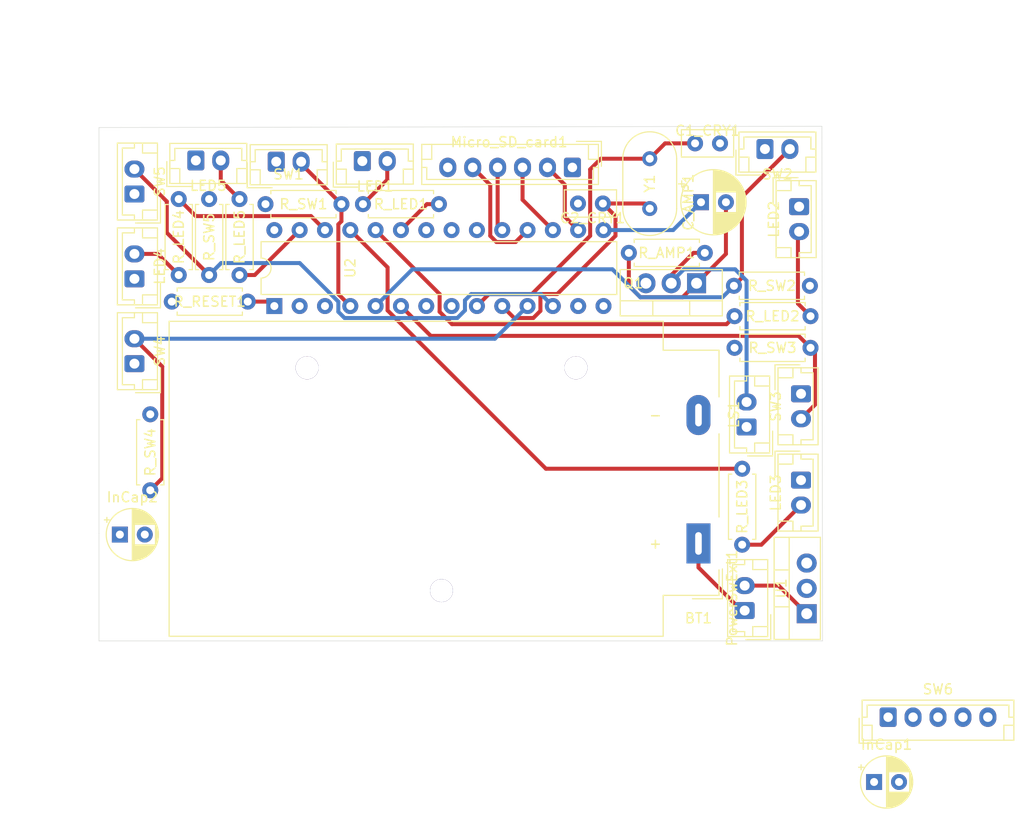
<source format=kicad_pcb>
(kicad_pcb (version 20211014) (generator pcbnew)
  (layers (0 "F.Cu" signal) (1 "In1.Cu" power "Ground") (2 "In2.Cu" power "Power") (31 "B.Cu" signal) (34 "B.Paste" user) (35 "F.Paste" user) (36 "B.SilkS" user "B.Silkscreen") (37 "F.SilkS" user "F.Silkscreen") (38 "B.Mask" user) (39 "F.Mask" user) (44 "Edge.Cuts" user))
  (net 0 "")
  (net 1 "Net-(BT1-Pad1)")
  (net 2 "Net-(BT1-Pad2)")
  (net 3 "Net-(C1_CRY1-Pad1)")
  (net 4 "Net-(C2_CRY1-Pad1)")
  (net 5 "Net-(C_AMP1-Pad1)")
  (net 6 "Net-(C_AMP1-Pad2)")
  (net 7 "Net-(LED1-Pad2)")
  (net 8 "Net-(LED2-Pad2)")
  (net 9 "Net-(LED3-Pad2)")
  (net 10 "Net-(LED4-Pad2)")
  (net 11 "Net-(LED5-Pad2)")
  (net 12 "Net-(LS1-Pad2)")
  (net 13 "Net-(PowerSwExt1-Pad2)")
  (net 14 "Net-(R_LED1-Pad2)")
  (net 15 "Net-(R_LED2-Pad2)")
  (net 16 "Net-(R_LED3-Pad2)")
  (net 17 "Net-(R_LED4-Pad2)")
  (net 18 "Net-(R_LED5-Pad2)")
  (net 19 "Net-(R_RESET1-Pad1)")
  (net 20 "Net-(R_SW1-Pad2)")
  (net 21 "Net-(R_SW2-Pad2)")
  (net 22 "Net-(R_SW3-Pad2)")
  (net 23 "Net-(R_SW4-Pad2)")
  (net 24 "Net-(R_SW5-Pad2)")
  (net 25 "Net-(U2-Pad2)")
  (net 26 "Net-(U2-Pad3)")
  (net 27 "Net-(U2-Pad21)")
  (net 28 "Net-(U2-Pad13)")
  (net 29 "Net-(U2-Pad14)")
  (net 30 "Net-(U2-Pad28)")
  (net 31 "Net-(Micro_SD_card1-Pad5)")
  (net 32 "Net-(Micro_SD_card1-Pad4)")
  (net 33 "Net-(Micro_SD_card1-Pad3)")
  (net 34 "Net-(Micro_SD_card1-Pad2)")
  (net 35 "Net-(InCap2-Pad1)")
  (net 36 "Net-(SW6-PadS1)")
  (footprint "Battery:BatteryHolder_MPD_BA9VPC_1xPP3" (layer "F.Cu") (at 142.24 147.32 180)
    (fp_text reference "BT1" (at 0 -7.5) (layer "F.SilkS"))
    (fp_text value "9V")
    (fp_text user "+" (at 3.6 0) (layer "F.SilkS") (effects (justify right)))
    (fp_text user "-" (at 3.6 12.88) (layer "F.SilkS") (effects (justify right)))
    (pad "" np_thru_hole circle locked (at 25.78 -4.73 180) (size 2.3 2.3) (drill 2.29) (layers *.Cu *.Mask))
    (pad "" np_thru_hole circle locked (at 39.26 17.62 180) (size 2.3 2.3) (drill 2.29) (layers *.Cu *.Mask))
    (pad "" np_thru_hole circle locked (at 12.29 17.62 180) (size 2.3 2.3) (drill 2.29) (layers *.Cu *.Mask))
    (pad "1" thru_hole rect locked (at 0 0 180) (size 2.41 4.02) (drill oval 0.66 2.27) (layers *.Cu *.Mask) (net 1 "Net-(BT1-Pad1)"))
    (pad "2" thru_hole oval locked (at 0 12.88 180) (size 2.41 4.02) (drill oval 0.66 2.27) (layers *.Cu *.Mask) (net 2 "Net-(BT1-Pad2)"))
  )
  (footprint "Capacitor_THT:C_Disc_D5.0mm_W2.5mm_P2.50mm" (layer "F.Cu") (at 141.899 107.188)
    (fp_text reference "C1_CRY1" (at 1.27 -1.27) (layer "F.SilkS"))
    (fp_text value "22pF")
    (pad "1" thru_hole circle locked (at 0 0) (size 1.6 1.6) (drill 0.8) (layers *.Cu *.Mask) (net 3 "Net-(C1_CRY1-Pad1)"))
    (pad "2" thru_hole circle locked (at 2.5 0) (size 1.6 1.6) (drill 0.8) (layers *.Cu *.Mask) (net 2 "Net-(BT1-Pad2)"))
  )
  (footprint "Capacitor_THT:C_Disc_D5.0mm_W2.5mm_P2.50mm" (layer "F.Cu") (at 132.6515 113.2205 180)
    (fp_text reference "C2_CRY1" (at 1.0395 -1.4605) (layer "F.SilkS"))
    (fp_text value "22pF")
    (pad "1" thru_hole circle locked (at 0 0 180) (size 1.6 1.6) (drill 0.8) (layers *.Cu *.Mask) (net 4 "Net-(C2_CRY1-Pad1)"))
    (pad "2" thru_hole circle locked (at 2.5 0 180) (size 1.6 1.6) (drill 0.8) (layers *.Cu *.Mask) (net 2 "Net-(BT1-Pad2)"))
  )
  (footprint "Capacitor_THT:CP_Radial_D6.3mm_P2.50mm" (layer "F.Cu") (at 142.494 113.0935)
    (fp_text reference "C_AMP1" (at -1.27 0 90) (layer "F.SilkS"))
    (fp_text value "100uF")
    (pad "1" thru_hole rect locked (at 0 0) (size 1.6 1.6) (drill 0.8) (layers *.Cu *.Mask) (net 5 "Net-(C_AMP1-Pad1)"))
    (pad "2" thru_hole circle locked (at 2.5 0) (size 1.6 1.6) (drill 0.8) (layers *.Cu *.Mask) (net 6 "Net-(C_AMP1-Pad2)"))
  )
  (footprint "Capacitor_THT:CP_Radial_D5.0mm_P2.50mm" (layer "F.Cu") (at 84.201 146.431)
    (fp_text reference "InCap2" (at 1.25 -3.75) (layer "F.SilkS"))
    (fp_text value "0.1uF")
    (pad "1" thru_hole rect locked (at 0 0) (size 1.6 1.6) (drill 0.8) (layers *.Cu *.Mask) (net 35 "Net-(InCap2-Pad1)"))
    (pad "2" thru_hole circle locked (at 2.5 0) (size 1.6 1.6) (drill 0.8) (layers *.Cu *.Mask) (net 2 "Net-(BT1-Pad2)"))
  )
  (footprint "Connector_JST:JST_EH_B2B-EH-A_1x02_P2.50mm_Vertical" (layer "F.Cu") (at 108.5215 108.966)
    (fp_text reference "LED1" (at 1.27 2.54) (layer "F.SilkS"))
    (fp_text value "LED")
    (pad "1" thru_hole roundrect locked (at 0 0) (size 1.7 2) (drill 1) (layers *.Cu *.Mask) (roundrect_rratio 0.1470588235) (net 2 "Net-(BT1-Pad2)"))
    (pad "2" thru_hole oval locked (at 2.5 0) (size 1.7 2) (drill 1) (layers *.Cu *.Mask) (net 7 "Net-(LED1-Pad2)"))
  )
  (footprint "Connector_JST:JST_EH_B2B-EH-A_1x02_P2.50mm_Vertical" (layer "F.Cu") (at 152.3365 113.538 -90)
    (fp_text reference "LED2" (at 1.27 2.54 90) (layer "F.SilkS"))
    (fp_text value "LED")
    (pad "1" thru_hole roundrect locked (at 0 0 270) (size 1.7 2) (drill 1) (layers *.Cu *.Mask) (roundrect_rratio 0.1470588235) (net 2 "Net-(BT1-Pad2)"))
    (pad "2" thru_hole oval locked (at 2.5 0 270) (size 1.7 2) (drill 1) (layers *.Cu *.Mask) (net 8 "Net-(LED2-Pad2)"))
  )
  (footprint "Connector_JST:JST_EH_B2B-EH-A_1x02_P2.50mm_Vertical" (layer "F.Cu") (at 152.527 140.97 -90)
    (fp_text reference "LED3" (at 1.27 2.54 90) (layer "F.SilkS"))
    (fp_text value "LED")
    (pad "1" thru_hole roundrect locked (at 0 0 270) (size 1.7 2) (drill 1) (layers *.Cu *.Mask) (roundrect_rratio 0.1470588235) (net 2 "Net-(BT1-Pad2)"))
    (pad "2" thru_hole oval locked (at 2.5 0 270) (size 1.7 2) (drill 1) (layers *.Cu *.Mask) (net 9 "Net-(LED3-Pad2)"))
  )
  (footprint "Connector_JST:JST_EH_B2B-EH-A_1x02_P2.50mm_Vertical" (layer "F.Cu") (at 85.6615 120.777 90)
    (fp_text reference "LED4" (at 1.25 2.54 90) (layer "F.SilkS"))
    (fp_text value "LED")
    (pad "1" thru_hole roundrect locked (at 0 0 90) (size 1.7 2) (drill 1) (layers *.Cu *.Mask) (roundrect_rratio 0.1470588235) (net 2 "Net-(BT1-Pad2)"))
    (pad "2" thru_hole oval locked (at 2.5 0 90) (size 1.7 2) (drill 1) (layers *.Cu *.Mask) (net 10 "Net-(LED4-Pad2)"))
  )
  (footprint "Connector_JST:JST_EH_B2B-EH-A_1x02_P2.50mm_Vertical" (layer "F.Cu") (at 91.821 108.9025)
    (fp_text reference "LED5" (at 1.25 2.54) (layer "F.SilkS"))
    (fp_text value "LED")
    (pad "1" thru_hole roundrect locked (at 0 0) (size 1.7 2) (drill 1) (layers *.Cu *.Mask) (roundrect_rratio 0.1470588235) (net 2 "Net-(BT1-Pad2)"))
    (pad "2" thru_hole oval locked (at 2.5 0) (size 1.7 2) (drill 1) (layers *.Cu *.Mask) (net 11 "Net-(LED5-Pad2)"))
  )
  (footprint "Connector_JST:JST_EH_B2B-EH-A_1x02_P2.50mm_Vertical" (layer "F.Cu") (at 147.066 135.636 90)
    (fp_text reference "LS1" (at 1.25 -1.27 90) (layer "F.SilkS"))
    (fp_text value "Speaker")
    (pad "1" thru_hole roundrect locked (at 0 0 90) (size 1.7 2) (drill 1) (layers *.Cu *.Mask) (roundrect_rratio 0.1470588235) (net 35 "Net-(InCap2-Pad1)"))
    (pad "2" thru_hole oval locked (at 2.5 0 90) (size 1.7 2) (drill 1) (layers *.Cu *.Mask) (net 12 "Net-(LS1-Pad2)"))
  )
  (footprint "Connector_JST:JST_EH_B6B-EH-A_1x06_P2.50mm_Vertical" (layer "F.Cu") (at 129.594 109.601 180)
    (fp_text reference "Micro_SD_card1" (at 6.35 2.54) (layer "F.SilkS"))
    (fp_text value "Conn_01x06_Female")
    (pad "1" thru_hole roundrect locked (at 0 0 180) (size 1.7 1.95) (drill 0.95) (layers *.Cu *.Mask) (roundrect_rratio 0.1470588235) (net 35 "Net-(InCap2-Pad1)"))
    (pad "2" thru_hole oval locked (at 2.5 0 180) (size 1.7 1.95) (drill 0.95) (layers *.Cu *.Mask) (net 34 "Net-(Micro_SD_card1-Pad2)"))
    (pad "3" thru_hole oval locked (at 5 0 180) (size 1.7 1.95) (drill 0.95) (layers *.Cu *.Mask) (net 33 "Net-(Micro_SD_card1-Pad3)"))
    (pad "4" thru_hole oval locked (at 7.5 0 180) (size 1.7 1.95) (drill 0.95) (layers *.Cu *.Mask) (net 32 "Net-(Micro_SD_card1-Pad4)"))
    (pad "5" thru_hole oval locked (at 10 0 180) (size 1.7 1.95) (drill 0.95) (layers *.Cu *.Mask) (net 31 "Net-(Micro_SD_card1-Pad5)"))
    (pad "6" thru_hole oval locked (at 12.5 0 180) (size 1.7 1.95) (drill 0.95) (layers *.Cu *.Mask) (net 2 "Net-(BT1-Pad2)"))
  )
  (footprint "Connector_JST:JST_EH_B2B-EH-A_1x02_P2.50mm_Vertical" (layer "F.Cu") (at 146.8755 154.051 90)
    (fp_text reference "PowerSwExt1" (at 1.25 -1.27 90) (layer "F.SilkS"))
    (fp_text value "SW_DPST_x2")
    (pad "1" thru_hole roundrect locked (at 0 0 90) (size 1.7 2) (drill 1) (layers *.Cu *.Mask) (roundrect_rratio 0.1470588235) (net 1 "Net-(BT1-Pad1)"))
    (pad "2" thru_hole oval locked (at 2.5 0 90) (size 1.7 2) (drill 1) (layers *.Cu *.Mask) (net 13 "Net-(PowerSwExt1-Pad2)"))
  )
  (footprint "Package_TO_SOT_THT:TO-220-3_Vertical" (layer "F.Cu") (at 142.0495 121.2215 180)
    (fp_text reference "Q1" (at 6.35 0) (layer "F.SilkS"))
    (fp_text value "IRLZ44N")
    (pad "1" thru_hole rect locked (at 0 0 180) (size 1.905 2) (drill 1.1) (layers *.Cu *.Mask) (net 6 "Net-(C_AMP1-Pad2)"))
    (pad "2" thru_hole oval locked (at 2.54 0 180) (size 1.905 2) (drill 1.1) (layers *.Cu *.Mask) (net 12 "Net-(LS1-Pad2)"))
    (pad "3" thru_hole oval locked (at 5.08 0 180) (size 1.905 2) (drill 1.1) (layers *.Cu *.Mask) (net 2 "Net-(BT1-Pad2)"))
  )
  (footprint "Resistor_THT:R_Axial_DIN0207_L6.3mm_D2.5mm_P7.62mm_Horizontal" (layer "F.Cu") (at 135.255 118.1735)
    (fp_text reference "R_AMP1" (at 3.81 0) (layer "F.SilkS"))
    (fp_text value "10K")
    (pad "1" thru_hole circle locked (at 0 0) (size 1.6 1.6) (drill 0.8) (layers *.Cu *.Mask) (net 6 "Net-(C_AMP1-Pad2)"))
    (pad "2" thru_hole oval locked (at 7.62 0) (size 1.6 1.6) (drill 0.8) (layers *.Cu *.Mask) (net 12 "Net-(LS1-Pad2)"))
  )
  (footprint "Resistor_THT:R_Axial_DIN0207_L6.3mm_D2.5mm_P7.62mm_Horizontal" (layer "F.Cu") (at 108.585 113.284)
    (fp_text reference "R_LED1" (at 3.81 0) (layer "F.SilkS"))
    (fp_text value "290")
    (pad "1" thru_hole circle locked (at 0 0) (size 1.6 1.6) (drill 0.8) (layers *.Cu *.Mask) (net 7 "Net-(LED1-Pad2)"))
    (pad "2" thru_hole oval locked (at 7.62 0) (size 1.6 1.6) (drill 0.8) (layers *.Cu *.Mask) (net 14 "Net-(R_LED1-Pad2)"))
  )
  (footprint "Resistor_THT:R_Axial_DIN0207_L6.3mm_D2.5mm_P7.62mm_Horizontal" (layer "F.Cu") (at 153.4795 124.5235 180)
    (fp_text reference "R_LED2" (at 3.81 0) (layer "F.SilkS"))
    (fp_text value "290")
    (pad "1" thru_hole circle locked (at 0 0 180) (size 1.6 1.6) (drill 0.8) (layers *.Cu *.Mask) (net 8 "Net-(LED2-Pad2)"))
    (pad "2" thru_hole oval locked (at 7.62 0 180) (size 1.6 1.6) (drill 0.8) (layers *.Cu *.Mask) (net 15 "Net-(R_LED2-Pad2)"))
  )
  (footprint "Resistor_THT:R_Axial_DIN0207_L6.3mm_D2.5mm_P7.62mm_Horizontal" (layer "F.Cu") (at 146.6215 147.447 90)
    (fp_text reference "R_LED3" (at 3.81 0 90) (layer "F.SilkS"))
    (fp_text value "290")
    (pad "1" thru_hole circle locked (at 0 0 90) (size 1.6 1.6) (drill 0.8) (layers *.Cu *.Mask) (net 9 "Net-(LED3-Pad2)"))
    (pad "2" thru_hole oval locked (at 7.62 0 90) (size 1.6 1.6) (drill 0.8) (layers *.Cu *.Mask) (net 16 "Net-(R_LED3-Pad2)"))
  )
  (footprint "Resistor_THT:R_Axial_DIN0207_L6.3mm_D2.5mm_P7.62mm_Horizontal" (layer "F.Cu") (at 90.1065 120.396 90)
    (fp_text reference "R_LED4" (at 3.81 0 90) (layer "F.SilkS"))
    (fp_text value "290")
    (pad "1" thru_hole circle locked (at 0 0 90) (size 1.6 1.6) (drill 0.8) (layers *.Cu *.Mask) (net 10 "Net-(LED4-Pad2)"))
    (pad "2" thru_hole oval locked (at 7.62 0 90) (size 1.6 1.6) (drill 0.8) (layers *.Cu *.Mask) (net 17 "Net-(R_LED4-Pad2)"))
  )
  (footprint "Resistor_THT:R_Axial_DIN0207_L6.3mm_D2.5mm_P7.62mm_Horizontal" (layer "F.Cu") (at 96.2025 112.776 -90)
    (fp_text reference "R_LED5" (at 3.81 0 90) (layer "F.SilkS"))
    (fp_text value "290")
    (pad "1" thru_hole circle locked (at 0 0 270) (size 1.6 1.6) (drill 0.8) (layers *.Cu *.Mask) (net 11 "Net-(LED5-Pad2)"))
    (pad "2" thru_hole oval locked (at 7.62 0 270) (size 1.6 1.6) (drill 0.8) (layers *.Cu *.Mask) (net 18 "Net-(R_LED5-Pad2)"))
  )
  (footprint "Resistor_THT:R_Axial_DIN0207_L6.3mm_D2.5mm_P7.62mm_Horizontal" (layer "F.Cu") (at 97.028 123.063 180)
    (fp_text reference "R_RESET1" (at 3.81 0) (layer "F.SilkS"))
    (fp_text value "10K")
    (pad "1" thru_hole circle locked (at 0 0 180) (size 1.6 1.6) (drill 0.8) (layers *.Cu *.Mask) (net 19 "Net-(R_RESET1-Pad1)"))
    (pad "2" thru_hole oval locked (at 7.62 0 180) (size 1.6 1.6) (drill 0.8) (layers *.Cu *.Mask) (net 35 "Net-(InCap2-Pad1)"))
  )
  (footprint "Resistor_THT:R_Axial_DIN0207_L6.3mm_D2.5mm_P7.62mm_Horizontal" (layer "F.Cu") (at 98.806 113.284)
    (fp_text reference "R_SW1" (at 3.81 0) (layer "F.SilkS"))
    (fp_text value "10K")
    (pad "1" thru_hole circle locked (at 0 0) (size 1.6 1.6) (drill 0.8) (layers *.Cu *.Mask) (net 35 "Net-(InCap2-Pad1)"))
    (pad "2" thru_hole oval locked (at 7.62 0) (size 1.6 1.6) (drill 0.8) (layers *.Cu *.Mask) (net 20 "Net-(R_SW1-Pad2)"))
  )
  (footprint "Resistor_THT:R_Axial_DIN0207_L6.3mm_D2.5mm_P7.62mm_Horizontal" (layer "F.Cu") (at 153.416 121.4755 180)
    (fp_text reference "R_SW2" (at 3.81 0) (layer "F.SilkS"))
    (fp_text value "10K")
    (pad "1" thru_hole circle locked (at 0 0 180) (size 1.6 1.6) (drill 0.8) (layers *.Cu *.Mask) (net 35 "Net-(InCap2-Pad1)"))
    (pad "2" thru_hole oval locked (at 7.62 0 180) (size 1.6 1.6) (drill 0.8) (layers *.Cu *.Mask) (net 21 "Net-(R_SW2-Pad2)"))
  )
  (footprint "Resistor_THT:R_Axial_DIN0207_L6.3mm_D2.5mm_P7.62mm_Horizontal" (layer "F.Cu") (at 145.8595 127.6985)
    (fp_text reference "R_SW3" (at 3.81 0) (layer "F.SilkS"))
    (fp_text value "10K")
    (pad "1" thru_hole circle locked (at 0 0) (size 1.6 1.6) (drill 0.8) (layers *.Cu *.Mask) (net 35 "Net-(InCap2-Pad1)"))
    (pad "2" thru_hole oval locked (at 7.62 0) (size 1.6 1.6) (drill 0.8) (layers *.Cu *.Mask) (net 22 "Net-(R_SW3-Pad2)"))
  )
  (footprint "Resistor_THT:R_Axial_DIN0207_L6.3mm_D2.5mm_P7.62mm_Horizontal" (layer "F.Cu") (at 87.249 134.366 -90)
    (fp_text reference "R_SW4" (at 3.81 0 90) (layer "F.SilkS"))
    (fp_text value "10K")
    (pad "1" thru_hole circle locked (at 0 0 270) (size 1.6 1.6) (drill 0.8) (layers *.Cu *.Mask) (net 35 "Net-(InCap2-Pad1)"))
    (pad "2" thru_hole oval locked (at 7.62 0 270) (size 1.6 1.6) (drill 0.8) (layers *.Cu *.Mask) (net 23 "Net-(R_SW4-Pad2)"))
  )
  (footprint "Resistor_THT:R_Axial_DIN0207_L6.3mm_D2.5mm_P7.62mm_Horizontal" (layer "F.Cu") (at 93.1545 112.776 -90)
    (fp_text reference "R_SW5" (at 3.81 0 90) (layer "F.SilkS"))
    (fp_text value "10K")
    (pad "1" thru_hole circle locked (at 0 0 270) (size 1.6 1.6) (drill 0.8) (layers *.Cu *.Mask) (net 35 "Net-(InCap2-Pad1)"))
    (pad "2" thru_hole oval locked (at 7.62 0 270) (size 1.6 1.6) (drill 0.8) (layers *.Cu *.Mask) (net 24 "Net-(R_SW5-Pad2)"))
  )
  (footprint "Connector_JST:JST_EH_B2B-EH-A_1x02_P2.50mm_Vertical" (layer "F.Cu") (at 99.8855 109.0295)
    (fp_text reference "SW1" (at 1.23 1.27) (layer "F.SilkS"))
    (fp_text value "SW_Push")
    (pad "1" thru_hole roundrect locked (at 0 0) (size 1.7 2) (drill 1) (layers *.Cu *.Mask) (roundrect_rratio 0.1470588235) (net 2 "Net-(BT1-Pad2)"))
    (pad "2" thru_hole oval locked (at 2.5 0) (size 1.7 2) (drill 1) (layers *.Cu *.Mask) (net 20 "Net-(R_SW1-Pad2)"))
  )
  (footprint "Connector_JST:JST_EH_B2B-EH-A_1x02_P2.50mm_Vertical" (layer "F.Cu") (at 148.9075 107.7595)
    (fp_text reference "SW2" (at 1.25 2.54) (layer "F.SilkS"))
    (fp_text value "SW_Push")
    (pad "1" thru_hole roundrect locked (at 0 0) (size 1.7 2) (drill 1) (layers *.Cu *.Mask) (roundrect_rratio 0.1470588235) (net 2 "Net-(BT1-Pad2)"))
    (pad "2" thru_hole oval locked (at 2.5 0) (size 1.7 2) (drill 1) (layers *.Cu *.Mask) (net 21 "Net-(R_SW2-Pad2)"))
  )
  (footprint "Connector_JST:JST_EH_B2B-EH-A_1x02_P2.50mm_Vertical" (layer "F.Cu") (at 152.527 132.3105 -90)
    (fp_text reference "SW3" (at 1.27 2.54 90) (layer "F.SilkS"))
    (fp_text value "SW_Push")
    (pad "1" thru_hole roundrect locked (at 0 0 270) (size 1.7 2) (drill 1) (layers *.Cu *.Mask) (roundrect_rratio 0.1470588235) (net 2 "Net-(BT1-Pad2)"))
    (pad "2" thru_hole oval locked (at 2.5 0 270) (size 1.7 2) (drill 1) (layers *.Cu *.Mask) (net 22 "Net-(R_SW3-Pad2)"))
  )
  (footprint "Connector_JST:JST_EH_B2B-EH-A_1x02_P2.50mm_Vertical" (layer "F.Cu") (at 85.6615 129.286 90)
    (fp_text reference "SW4" (at 1.25 2.54 90) (layer "F.SilkS"))
    (fp_text value "SW_Push")
    (pad "1" thru_hole roundrect locked (at 0 0 90) (size 1.7 2) (drill 1) (layers *.Cu *.Mask) (roundrect_rratio 0.1470588235) (net 2 "Net-(BT1-Pad2)"))
    (pad "2" thru_hole oval locked (at 2.5 0 90) (size 1.7 2) (drill 1) (layers *.Cu *.Mask) (net 23 "Net-(R_SW4-Pad2)"))
  )
  (footprint "Connector_JST:JST_EH_B2B-EH-A_1x02_P2.50mm_Vertical" (layer "F.Cu") (at 85.6615 112.268 90)
    (fp_text reference "SW5" (at 1.25 2.54 90) (layer "F.SilkS"))
    (fp_text value "SW_Push")
    (pad "1" thru_hole roundrect locked (at 0 0 90) (size 1.7 2) (drill 1) (layers *.Cu *.Mask) (roundrect_rratio 0.1470588235) (net 2 "Net-(BT1-Pad2)"))
    (pad "2" thru_hole oval locked (at 2.5 0 90) (size 1.7 2) (drill 1) (layers *.Cu *.Mask) (net 24 "Net-(R_SW5-Pad2)"))
  )
  (footprint "Package_TO_SOT_THT:TO-220-3_Vertical" (layer "F.Cu") (at 153.0985 154.3685 90)
    (fp_text reference "U1" (at 2.54 -2.54 90) (layer "F.SilkS"))
    (fp_text value "L7805")
    (pad "1" thru_hole rect locked (at 0 0 90) (size 1.905 2) (drill 1.1) (layers *.Cu *.Mask) (net 36 "Net-(SW6-PadS1)"))
    (pad "2" thru_hole oval locked (at 2.54 0 90) (size 1.905 2) (drill 1.1) (layers *.Cu *.Mask) (net 2 "Net-(BT1-Pad2)"))
    (pad "3" thru_hole oval locked (at 5.08 0 90) (size 1.905 2) (drill 1.1) (layers *.Cu *.Mask) (net 35 "Net-(InCap2-Pad1)"))
  )
  (footprint "Package_DIP:DIP-28_W7.62mm" (layer "F.Cu") (at 99.695 123.5075 90)
    (fp_text reference "U2" (at 3.81 7.62 90) (layer "F.SilkS"))
    (fp_text value "ATmega328P-PU")
    (pad "1" thru_hole rect locked (at 0 0 90) (size 1.6 1.6) (drill 0.8) (layers *.Cu *.Mask) (net 19 "Net-(R_RESET1-Pad1)"))
    (pad "2" thru_hole oval locked (at 0 2.54 90) (size 1.6 1.6) (drill 0.8) (layers *.Cu *.Mask) (net 25 "Net-(U2-Pad2)"))
    (pad "3" thru_hole oval locked (at 0 5.08 90) (size 1.6 1.6) (drill 0.8) (layers *.Cu *.Mask) (net 26 "Net-(U2-Pad3)"))
    (pad "4" thru_hole oval locked (at 0 7.62 90) (size 1.6 1.6) (drill 0.8) (layers *.Cu *.Mask) (net 20 "Net-(R_SW1-Pad2)"))
    (pad "5" thru_hole oval locked (at 0 10.16 90) (size 1.6 1.6) (drill 0.8) (layers *.Cu *.Mask) (net 21 "Net-(R_SW2-Pad2)"))
    (pad "6" thru_hole oval locked (at 0 12.7 90) (size 1.6 1.6) (drill 0.8) (layers *.Cu *.Mask) (net 22 "Net-(R_SW3-Pad2)"))
    (pad "7" thru_hole oval locked (at 0 15.24 90) (size 1.6 1.6) (drill 0.8) (layers *.Cu *.Mask) (net 35 "Net-(InCap2-Pad1)"))
    (pad "8" thru_hole oval locked (at 0 17.78 90) (size 1.6 1.6) (drill 0.8) (layers *.Cu *.Mask) (net 2 "Net-(BT1-Pad2)"))
    (pad "9" thru_hole oval locked (at 0 20.32 90) (size 1.6 1.6) (drill 0.8) (layers *.Cu *.Mask) (net 3 "Net-(C1_CRY1-Pad1)"))
    (pad "10" thru_hole oval locked (at 0 22.86 90) (size 1.6 1.6) (drill 0.8) (layers *.Cu *.Mask) (net 4 "Net-(C2_CRY1-Pad1)"))
    (pad "11" thru_hole oval locked (at 0 25.4 90) (size 1.6 1.6) (drill 0.8) (layers *.Cu *.Mask) (net 23 "Net-(R_SW4-Pad2)"))
    (pad "12" thru_hole oval locked (at 0 27.94 90) (size 1.6 1.6) (drill 0.8) (layers *.Cu *.Mask) (net 24 "Net-(R_SW5-Pad2)"))
    (pad "13" thru_hole oval locked (at 0 30.48 90) (size 1.6 1.6) (drill 0.8) (layers *.Cu *.Mask) (net 28 "Net-(U2-Pad13)"))
    (pad "14" thru_hole oval locked (at 0 33.02 90) (size 1.6 1.6) (drill 0.8) (layers *.Cu *.Mask) (net 29 "Net-(U2-Pad14)"))
    (pad "15" thru_hole oval locked (at 7.62 33.02 90) (size 1.6 1.6) (drill 0.8) (layers *.Cu *.Mask) (net 5 "Net-(C_AMP1-Pad1)"))
    (pad "16" thru_hole oval locked (at 7.62 30.48 90) (size 1.6 1.6) (drill 0.8) (layers *.Cu *.Mask) (net 34 "Net-(Micro_SD_card1-Pad2)"))
    (pad "17" thru_hole oval locked (at 7.62 27.94 90) (size 1.6 1.6) (drill 0.8) (layers *.Cu *.Mask) (net 33 "Net-(Micro_SD_card1-Pad3)"))
    (pad "18" thru_hole oval locked (at 7.62 25.4 90) (size 1.6 1.6) (drill 0.8) (layers *.Cu *.Mask) (net 31 "Net-(Micro_SD_card1-Pad5)"))
    (pad "19" thru_hole oval locked (at 7.62 22.86 90) (size 1.6 1.6) (drill 0.8) (layers *.Cu *.Mask) (net 32 "Net-(Micro_SD_card1-Pad4)"))
    (pad "20" thru_hole oval locked (at 7.62 20.32 90) (size 1.6 1.6) (drill 0.8) (layers *.Cu *.Mask) (net 35 "Net-(InCap2-Pad1)"))
    (pad "21" thru_hole oval locked (at 7.62 17.78 90) (size 1.6 1.6) (drill 0.8) (layers *.Cu *.Mask) (net 27 "Net-(U2-Pad21)"))
    (pad "22" thru_hole oval locked (at 7.62 15.24 90) (size 1.6 1.6) (drill 0.8) (layers *.Cu *.Mask) (net 2 "Net-(BT1-Pad2)"))
    (pad "23" thru_hole oval locked (at 7.62 12.7 90) (size 1.6 1.6) (drill 0.8) (layers *.Cu *.Mask) (net 14 "Net-(R_LED1-Pad2)"))
    (pad "24" thru_hole oval locked (at 7.62 10.16 90) (size 1.6 1.6) (drill 0.8) (layers *.Cu *.Mask) (net 15 "Net-(R_LED2-Pad2)"))
    (pad "25" thru_hole oval locked (at 7.62 7.62 90) (size 1.6 1.6) (drill 0.8) (layers *.Cu *.Mask) (net 16 "Net-(R_LED3-Pad2)"))
    (pad "26" thru_hole oval locked (at 7.62 5.08 90) (size 1.6 1.6) (drill 0.8) (layers *.Cu *.Mask) (net 17 "Net-(R_LED4-Pad2)"))
    (pad "27" thru_hole oval locked (at 7.62 2.54 90) (size 1.6 1.6) (drill 0.8) (layers *.Cu *.Mask) (net 18 "Net-(R_LED5-Pad2)"))
    (pad "28" thru_hole oval locked (at 7.62 0 90) (size 1.6 1.6) (drill 0.8) (layers *.Cu *.Mask) (net 30 "Net-(U2-Pad28)"))
  )
  (footprint "Crystal:Resonator-2Pin_W10.0mm_H5.0mm" (layer "F.Cu") (at 137.3505 108.7285 -90)
    (fp_text reference "Y1" (at 2.5 0 90) (layer "F.SilkS"))
    (fp_text value "16Mhz")
    (pad "1" thru_hole circle locked (at 0 0 270) (size 1.5 1.5) (drill 0.8) (layers *.Cu *.Mask) (net 3 "Net-(C1_CRY1-Pad1)"))
    (pad "2" thru_hole circle locked (at 5 0 270) (size 1.5 1.5) (drill 0.8) (layers *.Cu *.Mask) (net 4 "Net-(C2_CRY1-Pad1)"))
  )
  (footprint "Capacitor_THT:CP_Radial_D5.0mm_P2.50mm" (layer "F.Cu") (at 159.856776 171.248501)
    (fp_text reference "InCap1" (at 1.25 -3.75) (layer "F.SilkS"))
    (fp_text value "0.33uF")
    (pad "1" thru_hole rect locked (at 0 0) (size 1.6 1.6) (drill 0.8) (layers *.Cu *.Mask) (net 1 "Net-(BT1-Pad1)"))
    (pad "2" thru_hole circle locked (at 2.5 0) (size 1.6 1.6) (drill 0.8) (layers *.Cu *.Mask) (net 2 "Net-(BT1-Pad2)"))
  )
  (footprint "Connector_JST:JST_EH_B5B-EH-A_1x05_P2.50mm_Vertical" (layer "F.Cu") (at 161.267001 164.748501)
    (fp_text reference "SW6" (at 5 -2.8) (layer "F.SilkS"))
    (fp_text value "Rotary_Encoder_Switch")
    (pad "1" thru_hole roundrect locked (at 0 0) (size 1.7 1.95) (drill 0.95) (layers *.Cu *.Mask) (roundrect_rratio 0.147059))
    (pad "2" thru_hole oval locked (at 2.5 0) (size 1.7 1.95) (drill 0.95) (layers *.Cu *.Mask))
    (pad "3" thru_hole oval locked (at 5 0) (size 1.7 1.95) (drill 0.95) (layers *.Cu *.Mask))
    (pad "4" thru_hole oval locked (at 7.5 0) (size 1.7 1.95) (drill 0.95) (layers *.Cu *.Mask))
    (pad "5" thru_hole oval locked (at 10 0) (size 1.7 1.95) (drill 0.95) (layers *.Cu *.Mask))
  )
  (gr_line (start 82.1055 105.6005) (end 82.1055 146.304) (layer "Edge.Cuts") (width 0.05))
  (gr_line (start 82.1055 146.304) (end 82.1055 157.099) (layer "Edge.Cuts") (width 0.05))
  (gr_line (start 82.1055 157.099) (end 154.686 157.099) (layer "Edge.Cuts") (width 0.05))
  (gr_line (start 154.686 157.099) (end 154.6225 105.4735) (layer "Edge.Cuts") (width 0.05))
  (gr_line (start 154.6225 105.4735) (end 82.1055 105.6005) (layer "Edge.Cuts") (width 0.05))
  (segment (start 146.561 154.051) (end 146.8755 154.051) (width 0.4) (layer "F.Cu") (net 1))
  (segment (start 142.24 147.32) (end 142.24 149.73) (width 0.4) (layer "F.Cu") (net 1))
  (segment (start 142.24 149.73) (end 146.561 154.051) (width 0.4) (layer "F.Cu") (net 1))
  (segment (start 137.3505 108.7285) (end 132.4445 108.7285) (width 0.4) (layer "F.Cu") (net 3))
  (segment (start 131.375001 109.797999) (end 131.375001 116.463501) (width 0.4) (layer "F.Cu") (net 3))
  (segment (start 121.215001 122.307499) (end 120.015 123.5075) (width 0.4) (layer "F.Cu") (net 3))
  (segment (start 141.899 107.188) (end 138.891 107.188) (width 0.4) (layer "F.Cu") (net 3))
  (segment (start 125.531003 122.307499) (end 121.215001 122.307499) (width 0.4) (layer "F.Cu") (net 3))
  (segment (start 138.891 107.188) (end 137.3505 108.7285) (width 0.4) (layer "F.Cu") (net 3))
  (segment (start 131.375001 116.463501) (end 125.531003 122.307499) (width 0.4) (layer "F.Cu") (net 3))
  (segment (start 132.4445 108.7285) (end 131.375001 109.797999) (width 0.4) (layer "F.Cu") (net 3))
  (segment (start 133.915001 116.463501) (end 128.077502 122.301) (width 0.4) (layer "F.Cu") (net 4))
  (segment (start 123.755001 124.707501) (end 122.555 123.5075) (width 0.4) (layer "F.Cu") (net 4))
  (segment (start 126.386044 122.301) (end 126.386044 123.992458) (width 0.4) (layer "F.Cu") (net 4))
  (segment (start 133.915001 114.484001) (end 133.915001 116.463501) (width 0.4) (layer "F.Cu") (net 4))
  (segment (start 126.386044 123.992458) (end 125.671001 124.707501) (width 0.4) (layer "F.Cu") (net 4))
  (segment (start 128.077502 122.301) (end 126.386044 122.301) (width 0.4) (layer "F.Cu") (net 4))
  (segment (start 125.671001 124.707501) (end 123.755001 124.707501) (width 0.4) (layer "F.Cu") (net 4))
  (segment (start 132.6515 113.2205) (end 136.8425 113.2205) (width 0.4) (layer "F.Cu") (net 4))
  (segment (start 132.6515 113.2205) (end 133.915001 114.484001) (width 0.4) (layer "F.Cu") (net 4))
  (segment (start 136.8425 113.2205) (end 137.3505 113.7285) (width 0.4) (layer "F.Cu") (net 4))
  (segment (start 132.715 115.8875) (end 139.7 115.8875) (width 0.4) (layer "B.Cu") (net 5))
  (segment (start 139.7 115.8875) (end 142.494 113.0935) (width 0.4) (layer "B.Cu") (net 5))
  (segment (start 135.255 121.467237) (end 136.409273 122.62151) (width 0.4) (layer "F.Cu") (net 6))
  (segment (start 136.409273 122.62151) (end 140.64949 122.62151) (width 0.4) (layer "F.Cu") (net 6))
  (segment (start 140.64949 122.62151) (end 142.0495 121.2215) (width 0.4) (layer "F.Cu") (net 6))
  (segment (start 144.994 118.277) (end 142.0495 121.2215) (width 0.4) (layer "F.Cu") (net 6))
  (segment (start 144.994 113.0935) (end 144.994 118.277) (width 0.4) (layer "F.Cu") (net 6))
  (segment (start 135.255 118.1735) (end 135.255 121.467237) (width 0.4) (layer "F.Cu") (net 6))
  (segment (start 111.0215 108.966) (end 111.0215 110.8475) (width 0.4) (layer "F.Cu") (net 7))
  (segment (start 111.0215 110.8475) (end 108.585 113.284) (width 0.4) (layer "F.Cu") (net 7))
  (segment (start 152.3365 116.038) (end 152.215999 116.158501) (width 0.4) (layer "F.Cu") (net 8))
  (segment (start 152.215999 116.158501) (end 152.215999 123.259999) (width 0.4) (layer "F.Cu") (net 8))
  (segment (start 152.215999 123.259999) (end 153.4795 124.5235) (width 0.4) (layer "F.Cu") (net 8))
  (segment (start 146.6215 147.447) (end 148.55 147.447) (width 0.4) (layer "F.Cu") (net 9))
  (segment (start 148.55 147.447) (end 152.527 143.47) (width 0.4) (layer "F.Cu") (net 9))
  (segment (start 87.9875 118.277) (end 90.1065 120.396) (width 0.4) (layer "F.Cu") (net 10))
  (segment (start 85.6615 118.277) (end 87.9875 118.277) (width 0.4) (layer "F.Cu") (net 10))
  (segment (start 94.321 108.9025) (end 94.321 110.8945) (width 0.4) (layer "F.Cu") (net 11))
  (segment (start 94.321 110.8945) (end 96.2025 112.776) (width 0.4) (layer "F.Cu") (net 11))
  (segment (start 139.5095 120.40763) (end 139.5095 121.2215) (width 0.4) (layer "F.Cu") (net 12))
  (segment (start 141.74363 118.1735) (end 139.5095 120.40763) (width 0.4) (layer "F.Cu") (net 12))
  (segment (start 142.875 118.1735) (end 141.74363 118.1735) (width 0.4) (layer "F.Cu") (net 12))
  (segment (start 139.5095 121.088998) (end 140.776999 119.821499) (width 0.4) (layer "B.Cu") (net 12))
  (segment (start 139.5095 121.2215) (end 139.5095 121.088998) (width 0.4) (layer "B.Cu") (net 12))
  (segment (start 145.918001 119.821499) (end 147.066 120.969498) (width 0.4) (layer "B.Cu") (net 12))
  (segment (start 140.776999 119.821499) (end 145.918001 119.821499) (width 0.4) (layer "B.Cu") (net 12))
  (segment (start 147.066 120.969498) (end 147.066 133.136) (width 0.4) (layer "B.Cu") (net 12))
  (segment (start 146.8755 151.551) (end 150.281 151.551) (width 0.4) (layer "F.Cu") (net 13))
  (segment (start 150.281 151.551) (end 153.0985 154.3685) (width 0.4) (layer "F.Cu") (net 13))
  (segment (start 112.395 115.8875) (end 114.9985 113.284) (width 0.4) (layer "F.Cu") (net 14))
  (segment (start 114.9985 113.284) (end 116.205 113.284) (width 0.4) (layer "F.Cu") (net 14))
  (segment (start 116.274999 122.307499) (end 109.855 115.8875) (width 0.4) (layer "F.Cu") (net 15))
  (segment (start 145.059501 125.323499) (end 117.514997 125.323499) (width 0.4) (layer "F.Cu") (net 15))
  (segment (start 117.514997 125.323499) (end 116.274999 124.083501) (width 0.4) (layer "F.Cu") (net 15))
  (segment (start 145.8595 124.5235) (end 145.059501 125.323499) (width 0.4) (layer "F.Cu") (net 15))
  (segment (start 116.274999 124.083501) (end 116.274999 122.307499) (width 0.4) (layer "F.Cu") (net 15))
  (segment (start 146.6215 139.827) (end 126.938498 139.827) (width 0.4) (layer "F.Cu") (net 16))
  (segment (start 126.938498 139.827) (end 111.055001 123.943503) (width 0.4) (layer "F.Cu") (net 16))
  (segment (start 111.055001 123.943503) (end 111.055001 119.627501) (width 0.4) (layer "F.Cu") (net 16))
  (segment (start 111.055001 119.627501) (end 107.315 115.8875) (width 0.4) (layer "F.Cu") (net 16))
  (segment (start 91.814501 114.484001) (end 103.371501 114.484001) (width 0.4) (layer "F.Cu") (net 17))
  (segment (start 103.371501 114.484001) (end 104.775 115.8875) (width 0.4) (layer "F.Cu") (net 17))
  (segment (start 90.1065 112.776) (end 91.814501 114.484001) (width 0.4) (layer "F.Cu") (net 17))
  (segment (start 97.7265 120.396) (end 102.235 115.8875) (width 0.4) (layer "F.Cu") (net 18))
  (segment (start 96.2025 120.396) (end 97.7265 120.396) (width 0.4) (layer "F.Cu") (net 18))
  (segment (start 99.2505 123.063) (end 99.695 123.5075) (width 0.4) (layer "F.Cu") (net 19))
  (segment (start 97.028 123.063) (end 99.2505 123.063) (width 0.4) (layer "F.Cu") (net 19))
  (segment (start 106.426 113.284) (end 106.426 115.000498) (width 0.4) (layer "F.Cu") (net 20))
  (segment (start 106.114999 115.311499) (end 106.114999 122.307499) (width 0.4) (layer "F.Cu") (net 20))
  (segment (start 106.114999 122.307499) (end 107.315 123.5075) (width 0.4) (layer "F.Cu") (net 20))
  (segment (start 102.3855 109.2435) (end 106.426 113.284) (width 0.4) (layer "F.Cu") (net 20))
  (segment (start 106.426 115.000498) (end 106.114999 115.311499) (width 0.4) (layer "F.Cu") (net 20))
  (segment (start 102.3855 109.0295) (end 102.3855 109.2435) (width 0.4) (layer "F.Cu") (net 20))
  (segment (start 146.595999 112.571001) (end 151.4075 107.7595) (width 0.4) (layer "F.Cu") (net 21))
  (segment (start 145.796 121.4755) (end 146.595999 120.675501) (width 0.4) (layer "F.Cu") (net 21))
  (segment (start 146.595999 120.675501) (end 146.595999 112.571001) (width 0.4) (layer "F.Cu") (net 21))
  (segment (start 136.409273 122.62151) (end 144.64999 122.62151) (width 0.4) (layer "B.Cu") (net 21))
  (segment (start 144.64999 122.62151) (end 145.796 121.4755) (width 0.4) (layer "B.Cu") (net 21))
  (segment (start 133.609253 119.82149) (end 136.409273 122.62151) (width 0.4) (layer "B.Cu") (net 21))
  (segment (start 109.855 123.5075) (end 113.54101 119.82149) (width 0.4) (layer "B.Cu") (net 21))
  (segment (start 113.54101 119.82149) (end 133.609253 119.82149) (width 0.4) (layer "B.Cu") (net 21))
  (segment (start 153.92701 133.41049) (end 153.92701 128.14601) (width 0.4) (layer "F.Cu") (net 22))
  (segment (start 152.279499 126.498499) (end 115.385999 126.498499) (width 0.4) (layer "F.Cu") (net 22))
  (segment (start 115.385999 126.498499) (end 112.395 123.5075) (width 0.4) (layer "F.Cu") (net 22))
  (segment (start 153.92701 128.14601) (end 153.4795 127.6985) (width 0.4) (layer "F.Cu") (net 22))
  (segment (start 153.4795 127.6985) (end 152.279499 126.498499) (width 0.4) (layer "F.Cu") (net 22))
  (segment (start 152.527 134.8105) (end 153.92701 133.41049) (width 0.4) (layer "F.Cu") (net 22))
  (segment (start 88.449001 129.573501) (end 85.6615 126.786) (width 0.4) (layer "F.Cu") (net 23))
  (segment (start 88.449001 140.785999) (end 88.449001 129.573501) (width 0.4) (layer "F.Cu") (net 23))
  (segment (start 87.249 141.986) (end 88.449001 140.785999) (width 0.4) (layer "F.Cu") (net 23))
  (segment (start 121.8165 126.786) (end 85.6615 126.786) (width 0.4) (layer "B.Cu") (net 23))
  (segment (start 125.095 123.5075) (end 121.8165 126.786) (width 0.4) (layer "B.Cu") (net 23))
  (segment (start 88.906499 116.147999) (end 93.1545 120.396) (width 0.4) (layer "F.Cu") (net 24))
  (segment (start 85.6615 109.768) (end 88.906499 113.012999) (width 0.4) (layer "F.Cu") (net 24))
  (segment (start 88.906499 113.012999) (end 88.906499 116.147999) (width 0.4) (layer "F.Cu") (net 24))
  (segment (start 102.239501 119.195999) (end 106.114999 123.071497) (width 0.4) (layer "B.Cu") (net 24))
  (segment (start 106.114999 123.071497) (end 106.114999 124.083501) (width 0.4) (layer "B.Cu") (net 24))
  (segment (start 126.434999 122.307499) (end 127.635 123.5075) (width 0.4) (layer "B.Cu") (net 24))
  (segment (start 106.738999 124.707501) (end 118.051001 124.707501) (width 0.4) (layer "B.Cu") (net 24))
  (segment (start 94.354501 119.195999) (end 102.239501 119.195999) (width 0.4) (layer "B.Cu") (net 24))
  (segment (start 118.814999 123.943503) (end 118.814999 122.931499) (width 0.4) (layer "B.Cu") (net 24))
  (segment (start 93.1545 120.396) (end 94.354501 119.195999) (width 0.4) (layer "B.Cu") (net 24))
  (segment (start 118.814999 122.931499) (end 119.438999 122.307499) (width 0.4) (layer "B.Cu") (net 24))
  (segment (start 106.114999 124.083501) (end 106.738999 124.707501) (width 0.4) (layer "B.Cu") (net 24))
  (segment (start 119.438999 122.307499) (end 126.434999 122.307499) (width 0.4) (layer "B.Cu") (net 24))
  (segment (start 118.051001 124.707501) (end 118.814999 123.943503) (width 0.4) (layer "B.Cu") (net 24))
  (segment (start 123.894999 117.087501) (end 125.095 115.8875) (width 0.4) (layer "F.Cu") (net 31))
  (segment (start 119.594 109.601) (end 121.354999 111.361999) (width 0.4) (layer "F.Cu") (net 31))
  (segment (start 121.354999 116.463501) (end 121.978999 117.087501) (width 0.4) (layer "F.Cu") (net 31))
  (segment (start 121.354999 111.361999) (end 121.354999 116.463501) (width 0.4) (layer "F.Cu") (net 31))
  (segment (start 121.978999 117.087501) (end 123.894999 117.087501) (width 0.4) (layer "F.Cu") (net 31))
  (segment (start 122.094 115.4265) (end 122.555 115.8875) (width 0.4) (layer "F.Cu") (net 32))
  (segment (start 122.094 109.601) (end 122.094 115.4265) (width 0.4) (layer "F.Cu") (net 32))
  (segment (start 124.594 112.8465) (end 127.635 115.8875) (width 0.4) (layer "F.Cu") (net 33))
  (segment (start 124.594 109.601) (end 124.594 112.8465) (width 0.4) (layer "F.Cu") (net 33))
  (segment (start 128.835001 114.547501) (end 130.175 115.8875) (width 0.4) (layer "F.Cu") (net 34))
  (segment (start 128.835001 111.342001) (end 128.835001 114.547501) (width 0.4) (layer "F.Cu") (net 34))
  (segment (start 127.094 109.601) (end 128.835001 111.342001) (width 0.4) (layer "F.Cu") (net 34))
)
</source>
